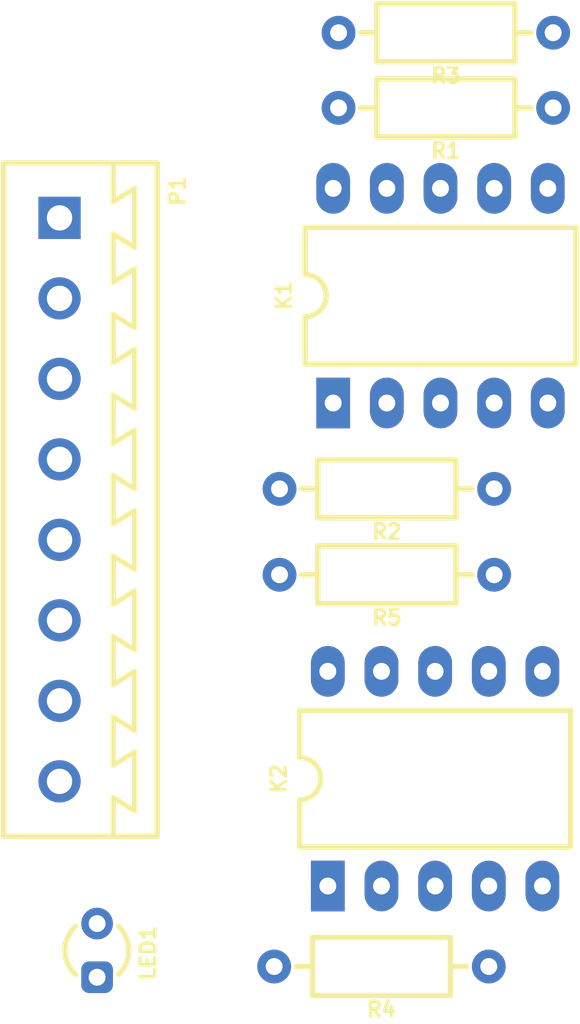
<source format=kicad_pcb>
(kicad_pcb (version 20211014) (generator pcbnew)
  (layers (0 "F.Cu" signal) (31 "B.Cu" signal) (34 "B.Paste" user) (35 "F.Paste" user) (36 "B.SilkS" user "B.Silkscreen") (37 "F.SilkS" user "F.Silkscreen") (38 "B.Mask" user) (39 "F.Mask" user) (44 "Edge.Cuts" user))
  (net 0 "")
  (net 1 "/+24V")
  (net 3 "/+12V")
  (net 4 "Net-(K1-Pad4)")
  (net 5 "Net-(K1-Pad7)")
  (net 7 "GND")
  (net 9 "Net-(K2-Pad7)")
  (net 11 "Net-(LED1-Pad1)")
  (net 12 "/K1a")
  (net 13 "/K1b")
  (net 14 "/K2a")
  (net 15 "/K2b")
  (net 17 "Net-(K2-Pad4)")
  (footprint "Passive:LED RAD GRE 3mm" (layer "F.Cu") (at 145.288 108.204 -90)
    (fp_text reference "LED1" (at 0.127 -2.413 90) (layer "F.SilkS") (effects (font (size 0.7 0.7) (thickness 0.17))))
    (fp_text value "3mm Green" hide)
    (fp_arc (start -1.143 -1.016) (mid 0 -1.498178) (end 1.143 -1.016) (layer "F.SilkS") (width 0.254))
    (fp_arc (start 1.143 1.016) (mid 0 1.524245) (end -1.143 1.016) (layer "F.SilkS") (width 0.254))
    (pad "1" thru_hole circle (at -1.27 0 270) (size 1.5 1.5) (drill 0.8) (layers *.Cu *.Mask) (net 11 "Net-(LED1-Pad1)"))
    (pad "2" thru_hole roundrect (at 1.27 0 270) (size 1.5 1.5) (drill 0.8) (layers *.Cu *.Mask) (net 1 "/+24V"))
  )
  (footprint "Passive:R0207 Axial Horizontal" (layer "F.Cu") (at 166.878 68.326 180)
    (fp_text reference "R1" (at 5.08 -2.032) (layer "F.SilkS") (effects (font (size 0.7 0.7) (thickness 0.17))))
    (fp_text value "Resistor 0207 10K0" hide)
    (fp_line (start 8.35 1.37) (end 8.35 -1.37) (layer "F.SilkS") (width 0.256))
    (fp_line (start 1.81 -1.37) (end 1.81 1.37) (layer "F.SilkS") (width 0.256))
    (fp_line (start 8.35 -1.37) (end 1.81 -1.37) (layer "F.SilkS") (width 0.256))
    (fp_line (start 9.12 0) (end 8.35 0) (layer "F.SilkS") (width 0.256))
    (fp_line (start 1.04 0) (end 1.81 0) (layer "F.SilkS") (width 0.256))
    (fp_line (start 1.81 1.37) (end 8.35 1.37) (layer "F.SilkS") (width 0.256))
    (pad "1" thru_hole circle (at 0 0 180) (size 1.6 1.6) (drill 0.8) (layers *.Cu *.Mask) (net 11 "Net-(LED1-Pad1)"))
    (pad "2" thru_hole oval (at 10.16 0 180) (size 1.6 1.6) (drill 0.8) (layers *.Cu *.Mask) (net 7 "GND"))
  )
  (footprint "Passive:R0207 Axial Horizontal" (layer "F.Cu") (at 163.83 108.966 180)
    (fp_text reference "R4" (at 5.08 -2.032) (layer "F.SilkS") (effects (font (size 0.7 0.7) (thickness 0.17))))
    (fp_text value "Resistor 0207 1K00" hide)
    (fp_line (start 9.12 0) (end 8.35 0) (layer "F.SilkS") (width 0.256))
    (fp_line (start 1.04 0) (end 1.81 0) (layer "F.SilkS") (width 0.256))
    (fp_line (start 8.35 1.37) (end 8.35 -1.37) (layer "F.SilkS") (width 0.256))
    (fp_line (start 1.81 -1.37) (end 1.81 1.37) (layer "F.SilkS") (width 0.256))
    (fp_line (start 8.35 -1.37) (end 1.81 -1.37) (layer "F.SilkS") (width 0.256))
    (fp_line (start 1.81 1.37) (end 8.35 1.37) (layer "F.SilkS") (width 0.256))
    (pad "1" thru_hole circle (at 0 0 180) (size 1.6 1.6) (drill 0.8) (layers *.Cu *.Mask) (net 17 "Net-(K2-Pad4)"))
    (pad "2" thru_hole oval (at 10.16 0 180) (size 1.6 1.6) (drill 0.8) (layers *.Cu *.Mask) (net 14 "/K2a"))
  )
  (footprint "Semiconductor:DIP-10" (layer "F.Cu") (at 156.21 105.156 90)
    (fp_text reference "K2" (at 5.08 -2.33 90) (layer "F.SilkS") (effects (font (size 0.7 0.7) (thickness 0.17))))
    (fp_text value "OMRON G6H-2-100" hide)
    (fp_line (start 1.845 -1.33) (end 1.845 11.49) (layer "F.SilkS") (width 0.254))
    (fp_line (start 8.315 -1.33) (end 6.08 -1.33) (layer "F.SilkS") (width 0.254))
    (fp_line (start 4.08 -1.33) (end 1.845 -1.33) (layer "F.SilkS") (width 0.254))
    (fp_line (start 8.315 11.49) (end 8.315 -1.33) (layer "F.SilkS") (width 0.254))
    (fp_line (start 1.845 11.49) (end 8.315 11.49) (layer "F.SilkS") (width 0.254))
    (fp_arc (start 6.08 -1.33) (mid 5.08 -0.33) (end 4.08 -1.33) (layer "F.SilkS") (width 0.254))
    (pad "1" thru_hole rect (at 0 0 90) (size 2.4 1.6) (drill 0.8) (layers *.Cu *.Mask) (net 1 "/+24V"))
    (pad "2" thru_hole oval (at 0 2.54 90) (size 2.4 1.6) (drill 0.8) (layers *.Cu *.Mask))
    (pad "3" thru_hole oval (at 0 5.08 90) (size 2.4 1.6) (drill 0.8) (layers *.Cu *.Mask) (net 3 "/+12V"))
    (pad "4" thru_hole oval (at 0 7.62 90) (size 2.4 1.6) (drill 0.8) (layers *.Cu *.Mask) (net 17 "Net-(K2-Pad4)"))
    (pad "5" thru_hole oval (at 0 10.16 90) (size 2.4 1.6) (drill 0.8) (layers *.Cu *.Mask))
    (pad "6" thru_hole oval (at 10.16 10.16 90) (size 2.4 1.6) (drill 0.8) (layers *.Cu *.Mask))
    (pad "7" thru_hole oval (at 10.16 7.62 90) (size 2.4 1.6) (drill 0.8) (layers *.Cu *.Mask) (net 9 "Net-(K2-Pad7)"))
    (pad "8" thru_hole oval (at 10.16 5.08 90) (size 2.4 1.6) (drill 0.8) (layers *.Cu *.Mask) (net 3 "/+12V"))
    (pad "9" thru_hole oval (at 10.16 2.54 90) (size 2.4 1.6) (drill 0.8) (layers *.Cu *.Mask))
    (pad "10" thru_hole oval (at 10.16 0 90) (size 2.4 1.6) (drill 0.8) (layers *.Cu *.Mask) (net 7 "GND"))
  )
  (footprint "Passive:R0207 Axial Horizontal" (layer "F.Cu") (at 164.084 90.424 180)
    (fp_text reference "R5" (at 5.08 -2.032) (layer "F.SilkS") (effects (font (size 0.7 0.7) (thickness 0.17))))
    (fp_text value "Resistor 0207 1K00" hide)
    (fp_line (start 1.81 1.37) (end 8.35 1.37) (layer "F.SilkS") (width 0.256))
    (fp_line (start 9.12 0) (end 8.35 0) (layer "F.SilkS") (width 0.256))
    (fp_line (start 1.04 0) (end 1.81 0) (layer "F.SilkS") (width 0.256))
    (fp_line (start 8.35 -1.37) (end 1.81 -1.37) (layer "F.SilkS") (width 0.256))
    (fp_line (start 8.35 1.37) (end 8.35 -1.37) (layer "F.SilkS") (width 0.256))
    (fp_line (start 1.81 -1.37) (end 1.81 1.37) (layer "F.SilkS") (width 0.256))
    (pad "1" thru_hole circle (at 0 0 180) (size 1.6 1.6) (drill 0.8) (layers *.Cu *.Mask) (net 9 "Net-(K2-Pad7)"))
    (pad "2" thru_hole oval (at 10.16 0 180) (size 1.6 1.6) (drill 0.8) (layers *.Cu *.Mask) (net 15 "/K2b"))
  )
  (footprint "Connectors:Terminal Block 1x08 P3.81 Straight" (layer "F.Cu") (at 143.51 86.868 -90)
    (fp_text reference "P1" (at -14.605 -5.588 90) (layer "F.SilkS") (effects (font (size 0.7 0.7) (thickness 0.17))))
    (fp_text value "Terminal Block 8 3.81 Straight" hide)
    (fp_line (start 8.128 -3.556) (end 8.763 -2.54) (layer "F.SilkS") (width 0.254))
    (fp_line (start -8.763 -2.54) (end -6.477 -2.54) (layer "F.SilkS") (width 0.254))
    (fp_line (start 4.318 -3.556) (end 4.953 -2.54) (layer "F.SilkS") (width 0.254))
    (fp_line (start 14.097 -2.54) (end 15.875 -2.54) (layer "F.SilkS") (width 0.254))
    (fp_line (start -8.763 -2.54) (end -8.128 -3.556) (layer "F.SilkS") (width 0.254))
    (fp_line (start -15.935 2.65) (end 15.935 2.65) (layer "F.SilkS") (width 0.254))
    (fp_line (start 10.287 -2.54) (end 12.573 -2.54) (layer "F.SilkS") (width 0.254))
    (fp_line (start -3.302 -3.556) (end -2.667 -2.54) (layer "F.SilkS") (width 0.254))
    (fp_line (start -1.143 -2.54) (end 1.143 -2.54) (layer "F.SilkS") (width 0.254))
    (fp_line (start -15.935 -4.625) (end 15.935 -4.625) (layer "F.SilkS") (width 0.254))
    (fp_line (start 6.477 -2.54) (end 8.763 -2.54) (layer "F.SilkS") (width 0.254))
    (fp_line (start 0.508 -3.556) (end 1.143 -2.54) (layer "F.SilkS") (width 0.254))
    (fp_line (start -14.732 -3.556) (end -11.938 -3.556) (layer "F.SilkS") (width 0.254))
    (fp_line (start -10.922 -3.556) (end -10.287 -2.54) (layer "F.SilkS") (width 0.254))
    (fp_line (start 2.667 -2.54) (end 4.953 -2.54) (layer "F.SilkS") (width 0.254))
    (fp_line (start -15.935 2.65) (end -15.935 -4.625) (layer "F.SilkS") (width 0.254))
    (fp_line (start 4.318 -3.556) (end 7.112 -3.556) (layer "F.SilkS") (width 0.254))
    (fp_line (start -7.112 -3.556) (end -6.477 -2.54) (layer "F.SilkS") (width 0.254))
    (fp_line (start 11.938 -3.556) (end 12.573 -2.54) (layer "F.SilkS") (width 0.254))
    (fp_line (start 15.935 -4.625) (end 15.935 2.65) (layer "F.SilkS") (width 0.254))
    (fp_line (start -4.953 -2.54) (end -2.667 -2.54) (layer "F.SilkS") (width 0.254))
    (fp_line (start -4.953 -2.54) (end -4.318 -3.556) (layer "F.SilkS") (width 0.254))
    (fp_line (start 2.667 -2.54) (end 3.302 -3.556) (layer "F.SilkS") (width 0.254))
    (fp_line (start 8.128 -3.556) (end 10.922 -3.556) (layer "F.SilkS") (width 0.254))
    (fp_line (start 11.938 -3.556) (end 14.732 -3.556) (layer "F.SilkS") (width 0.254))
    (fp_line (start -14.732 -3.556) (end -14.097 -2.54) (layer "F.SilkS") (width 0.254))
    (fp_line (start -1.143 -2.54) (end -0.508 -3.556) (layer "F.SilkS") (width 0.254))
    (fp_line (start -3.302 -3.556) (end -0.508 -3.556) (layer "F.SilkS") (width 0.254))
    (fp_line (start 0.508 -3.556) (end 3.302 -3.556) (layer "F.SilkS") (width 0.254))
    (fp_line (start 14.097 -2.54) (end 14.732 -3.556) (layer "F.SilkS") (width 0.254))
    (fp_line (start -12.573 -2.54) (end -10.287 -2.54) (layer "F.SilkS") (width 0.254))
    (fp_line (start 10.287 -2.54) (end 10.922 -3.556) (layer "F.SilkS") (width 0.254))
    (fp_line (start -7.112 -3.556) (end -4.318 -3.556) (layer "F.SilkS") (width 0.254))
    (fp_line (start 6.477 -2.54) (end 7.112 -3.556) (layer "F.SilkS") (width 0.254))
    (fp_line (start -15.875 -2.54) (end -14.097 -2.54) (layer "F.SilkS") (width 0.254))
    (fp_line (start -10.922 -3.556) (end -8.128 -3.556) (layer "F.SilkS") (width 0.254))
    (fp_line (start -12.573 -2.54) (end -11.938 -3.556) (layer "F.SilkS") (width 0.254))
    (pad "1" thru_hole rect (at -13.335 0) (size 2 2) (drill 1.2) (layers *.Cu *.Mask) (net 7 "GND"))
    (pad "2" thru_hole oval (at -9.525 0) (size 2 2) (drill 1.2) (layers *.Cu *.Mask) (net 1 "/+24V"))
    (pad "3" thru_hole oval (at -5.715 0) (size 2 2) (drill 1.2) (layers *.Cu *.Mask))
    (pad "4" thru_hole oval (at -1.905 0) (size 2 2) (drill 1.2) (layers *.Cu *.Mask) (net 12 "/K1a"))
    (pad "5" thru_hole oval (at 1.905 0) (size 2 2) (drill 1.2) (layers *.Cu *.Mask) (net 13 "/K1b"))
    (pad "6" thru_hole oval (at 5.715 0) (size 2 2) (drill 1.2) (layers *.Cu *.Mask) (net 14 "/K2a"))
    (pad "7" thru_hole oval (at 9.525 0) (size 2 2) (drill 1.2) (layers *.Cu *.Mask) (net 15 "/K2b"))
    (pad "8" thru_hole oval (at 13.335 0) (size 2 2) (drill 1.2) (layers *.Cu *.Mask) (net 3 "/+12V"))
  )
  (footprint "Passive:R0207 Axial Horizontal" (layer "F.Cu") (at 166.878 64.77 180)
    (fp_text reference "R3" (at 5.08 -2.032) (layer "F.SilkS") (effects (font (size 0.7 0.7) (thickness 0.17))))
    (fp_text value "Resistor 0207 1K00" hide)
    (fp_line (start 8.35 1.37) (end 8.35 -1.37) (layer "F.SilkS") (width 0.256))
    (fp_line (start 1.04 0) (end 1.81 0) (layer "F.SilkS") (width 0.256))
    (fp_line (start 8.35 -1.37) (end 1.81 -1.37) (layer "F.SilkS") (width 0.256))
    (fp_line (start 9.12 0) (end 8.35 0) (layer "F.SilkS") (width 0.256))
    (fp_line (start 1.81 1.37) (end 8.35 1.37) (layer "F.SilkS") (width 0.256))
    (fp_line (start 1.81 -1.37) (end 1.81 1.37) (layer "F.SilkS") (width 0.256))
    (pad "1" thru_hole circle (at 0 0 180) (size 1.6 1.6) (drill 0.8) (layers *.Cu *.Mask) (net 5 "Net-(K1-Pad7)"))
    (pad "2" thru_hole oval (at 10.16 0 180) (size 1.6 1.6) (drill 0.8) (layers *.Cu *.Mask) (net 13 "/K1b"))
  )
  (footprint "Passive:R0207 Axial Horizontal" (layer "F.Cu") (at 164.084 86.36 180)
    (fp_text reference "R2" (at 5.08 -2.032) (layer "F.SilkS") (effects (font (size 0.7 0.7) (thickness 0.17))))
    (fp_text value "Resistor 0207 1K00" hide)
    (fp_line (start 8.35 -1.37) (end 1.81 -1.37) (layer "F.SilkS") (width 0.256))
    (fp_line (start 1.81 1.37) (end 8.35 1.37) (layer "F.SilkS") (width 0.256))
    (fp_line (start 1.04 0) (end 1.81 0) (layer "F.SilkS") (width 0.256))
    (fp_line (start 9.12 0) (end 8.35 0) (layer "F.SilkS") (width 0.256))
    (fp_line (start 8.35 1.37) (end 8.35 -1.37) (layer "F.SilkS") (width 0.256))
    (fp_line (start 1.81 -1.37) (end 1.81 1.37) (layer "F.SilkS") (width 0.256))
    (pad "1" thru_hole circle (at 0 0 180) (size 1.6 1.6) (drill 0.8) (layers *.Cu *.Mask) (net 4 "Net-(K1-Pad4)"))
    (pad "2" thru_hole oval (at 10.16 0 180) (size 1.6 1.6) (drill 0.8) (layers *.Cu *.Mask) (net 12 "/K1a"))
  )
  (footprint "Semiconductor:DIP-10" (layer "F.Cu") (at 156.464 82.296 90)
    (fp_text reference "K1" (at 5.08 -2.33 90) (layer "F.SilkS") (effects (font (size 0.7 0.7) (thickness 0.17))))
    (fp_text value "OMRON G6H-2-100" hide)
    (fp_line (start 8.315 11.49) (end 8.315 -1.33) (layer "F.SilkS") (width 0.254))
    (fp_line (start 8.315 -1.33) (end 6.08 -1.33) (layer "F.SilkS") (width 0.254))
    (fp_line (start 1.845 -1.33) (end 1.845 11.49) (layer "F.SilkS") (width 0.254))
    (fp_line (start 4.08 -1.33) (end 1.845 -1.33) (layer "F.SilkS") (width 0.254))
    (fp_line (start 1.845 11.49) (end 8.315 11.49) (layer "F.SilkS") (width 0.254))
    (fp_arc (start 6.08 -1.33) (mid 5.08 -0.33) (end 4.08 -1.33) (layer "F.SilkS") (width 0.254))
    (pad "1" thru_hole rect (at 0 0 90) (size 2.4 1.6) (drill 0.8) (layers *.Cu *.Mask) (net 1 "/+24V"))
    (pad "2" thru_hole oval (at 0 2.54 90) (size 2.4 1.6) (drill 0.8) (layers *.Cu *.Mask))
    (pad "3" thru_hole oval (at 0 5.08 90) (size 2.4 1.6) (drill 0.8) (layers *.Cu *.Mask) (net 3 "/+12V"))
    (pad "4" thru_hole oval (at 0 7.62 90) (size 2.4 1.6) (drill 0.8) (layers *.Cu *.Mask) (net 4 "Net-(K1-Pad4)"))
    (pad "5" thru_hole oval (at 0 10.16 90) (size 2.4 1.6) (drill 0.8) (layers *.Cu *.Mask))
    (pad "6" thru_hole oval (at 10.16 10.16 90) (size 2.4 1.6) (drill 0.8) (layers *.Cu *.Mask))
    (pad "7" thru_hole oval (at 10.16 7.62 90) (size 2.4 1.6) (drill 0.8) (layers *.Cu *.Mask) (net 5 "Net-(K1-Pad7)"))
    (pad "8" thru_hole oval (at 10.16 5.08 90) (size 2.4 1.6) (drill 0.8) (layers *.Cu *.Mask) (net 3 "/+12V"))
    (pad "9" thru_hole oval (at 10.16 2.54 90) (size 2.4 1.6) (drill 0.8) (layers *.Cu *.Mask))
    (pad "10" thru_hole oval (at 10.16 0 90) (size 2.4 1.6) (drill 0.8) (layers *.Cu *.Mask) (net 7 "GND"))
  )
)
</source>
